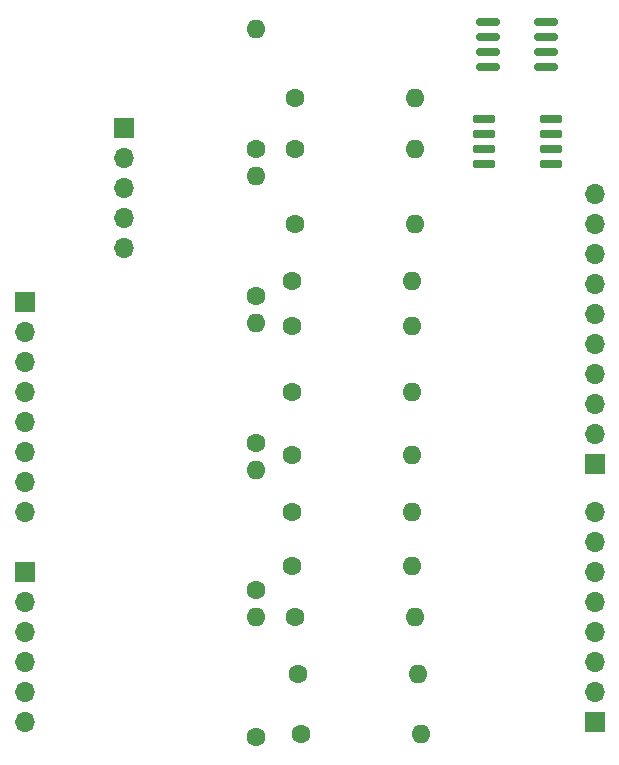
<source format=gbr>
%TF.GenerationSoftware,KiCad,Pcbnew,7.0.8*%
%TF.CreationDate,2023-10-31T15:50:40-07:00*%
%TF.ProjectId,lab 4,6c616220-342e-46b6-9963-61645f706362,rev?*%
%TF.SameCoordinates,Original*%
%TF.FileFunction,Soldermask,Top*%
%TF.FilePolarity,Negative*%
%FSLAX46Y46*%
G04 Gerber Fmt 4.6, Leading zero omitted, Abs format (unit mm)*
G04 Created by KiCad (PCBNEW 7.0.8) date 2023-10-31 15:50:40*
%MOMM*%
%LPD*%
G01*
G04 APERTURE LIST*
G04 Aperture macros list*
%AMRoundRect*
0 Rectangle with rounded corners*
0 $1 Rounding radius*
0 $2 $3 $4 $5 $6 $7 $8 $9 X,Y pos of 4 corners*
0 Add a 4 corners polygon primitive as box body*
4,1,4,$2,$3,$4,$5,$6,$7,$8,$9,$2,$3,0*
0 Add four circle primitives for the rounded corners*
1,1,$1+$1,$2,$3*
1,1,$1+$1,$4,$5*
1,1,$1+$1,$6,$7*
1,1,$1+$1,$8,$9*
0 Add four rect primitives between the rounded corners*
20,1,$1+$1,$2,$3,$4,$5,0*
20,1,$1+$1,$4,$5,$6,$7,0*
20,1,$1+$1,$6,$7,$8,$9,0*
20,1,$1+$1,$8,$9,$2,$3,0*%
G04 Aperture macros list end*
%ADD10RoundRect,0.150000X-0.825000X-0.150000X0.825000X-0.150000X0.825000X0.150000X-0.825000X0.150000X0*%
%ADD11C,1.600000*%
%ADD12O,1.600000X1.600000*%
%ADD13R,1.700000X1.700000*%
%ADD14O,1.700000X1.700000*%
%ADD15RoundRect,0.158750X-0.793750X-0.158750X0.793750X-0.158750X0.793750X0.158750X-0.793750X0.158750X0*%
G04 APERTURE END LIST*
D10*
%TO.C,U2*%
X166181000Y-34671000D03*
X166181000Y-35941000D03*
X166181000Y-37211000D03*
X166181000Y-38481000D03*
X171131000Y-38481000D03*
X171131000Y-37211000D03*
X171131000Y-35941000D03*
X171131000Y-34671000D03*
%TD*%
D11*
%TO.C,R11*%
X149606000Y-60452000D03*
D12*
X159766000Y-60452000D03*
%TD*%
D13*
%TO.C,J3*%
X175260000Y-93980000D03*
D14*
X175260000Y-91440000D03*
X175260000Y-88900000D03*
X175260000Y-86360000D03*
X175260000Y-83820000D03*
X175260000Y-81280000D03*
X175260000Y-78740000D03*
X175260000Y-76200000D03*
%TD*%
D11*
%TO.C,R3*%
X146558000Y-95250000D03*
D12*
X146558000Y-85090000D03*
%TD*%
D13*
%TO.C,J5*%
X135382000Y-43688000D03*
D14*
X135382000Y-46228000D03*
X135382000Y-48768000D03*
X135382000Y-51308000D03*
X135382000Y-53848000D03*
%TD*%
D11*
%TO.C,R13*%
X146558000Y-57912000D03*
D12*
X146558000Y-47752000D03*
%TD*%
D11*
%TO.C,R15*%
X146558000Y-45466000D03*
D12*
X146558000Y-35306000D03*
%TD*%
D11*
%TO.C,R1*%
X150114000Y-89916000D03*
D12*
X160274000Y-89916000D03*
%TD*%
D11*
%TO.C,R10*%
X149606000Y-66040000D03*
D12*
X159766000Y-66040000D03*
%TD*%
D11*
%TO.C,R16*%
X149860000Y-45466000D03*
D12*
X160020000Y-45466000D03*
%TD*%
D11*
%TO.C,R5*%
X146558000Y-82804000D03*
D12*
X146558000Y-72644000D03*
%TD*%
D11*
%TO.C,R8*%
X149606000Y-71374000D03*
D12*
X159766000Y-71374000D03*
%TD*%
D11*
%TO.C,R4*%
X149860000Y-85090000D03*
D12*
X160020000Y-85090000D03*
%TD*%
D15*
%TO.C,U1*%
X165862000Y-42926000D03*
X165862000Y-44196000D03*
X165862000Y-45466000D03*
X165862000Y-46736000D03*
X171577000Y-46736000D03*
X171577000Y-45466000D03*
X171577000Y-44196000D03*
X171577000Y-42926000D03*
%TD*%
D11*
%TO.C,R14*%
X149860000Y-51816000D03*
D12*
X160020000Y-51816000D03*
%TD*%
D11*
%TO.C,R12*%
X149606000Y-56642000D03*
D12*
X159766000Y-56642000D03*
%TD*%
D11*
%TO.C,R7*%
X149606000Y-76200000D03*
D12*
X159766000Y-76200000D03*
%TD*%
D11*
%TO.C,R17*%
X149860000Y-41148000D03*
D12*
X160020000Y-41148000D03*
%TD*%
D11*
%TO.C,R9*%
X146558000Y-70358000D03*
D12*
X146558000Y-60198000D03*
%TD*%
D11*
%TO.C,R2*%
X150368000Y-94982000D03*
D12*
X160528000Y-94982000D03*
%TD*%
D11*
%TO.C,R6*%
X149606000Y-80772000D03*
D12*
X159766000Y-80772000D03*
%TD*%
D13*
%TO.C,J4*%
X175260000Y-72136000D03*
D14*
X175260000Y-69596000D03*
X175260000Y-67056000D03*
X175260000Y-64516000D03*
X175260000Y-61976000D03*
X175260000Y-59436000D03*
X175260000Y-56896000D03*
X175260000Y-54356000D03*
X175260000Y-51816000D03*
X175260000Y-49276000D03*
%TD*%
D13*
%TO.C,J2*%
X127000000Y-58420000D03*
D14*
X127000000Y-60960000D03*
X127000000Y-63500000D03*
X127000000Y-66040000D03*
X127000000Y-68580000D03*
X127000000Y-71120000D03*
X127000000Y-73660000D03*
X127000000Y-76200000D03*
%TD*%
D13*
%TO.C,J1*%
X127000000Y-81280000D03*
D14*
X127000000Y-83820000D03*
X127000000Y-86360000D03*
X127000000Y-88900000D03*
X127000000Y-91440000D03*
X127000000Y-93980000D03*
%TD*%
M02*

</source>
